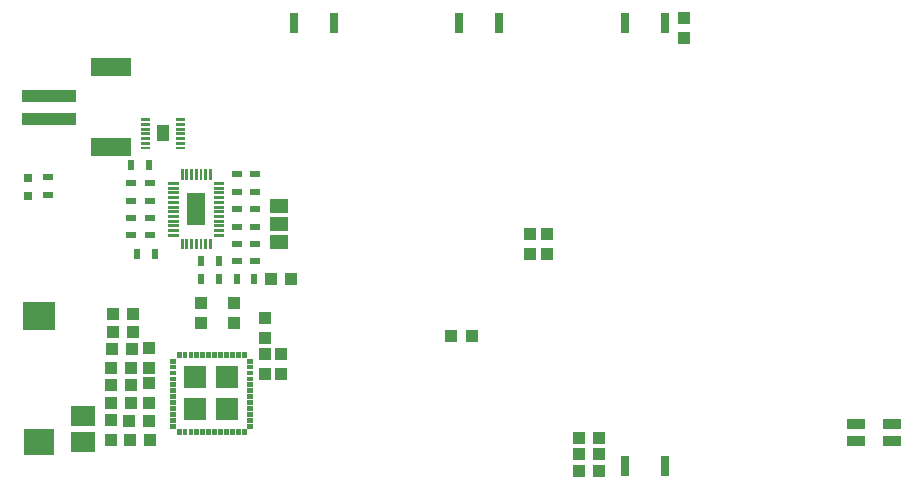
<source format=gbr>
G04 EAGLE Gerber RS-274X export*
G75*
%MOMM*%
%FSLAX34Y34*%
%LPD*%
%INSolderpaste Bottom*%
%IPPOS*%
%AMOC8*
5,1,8,0,0,1.08239X$1,22.5*%
G01*
%ADD10R,2.000000X1.800000*%
%ADD11R,2.600000X2.250000*%
%ADD12R,2.800000X2.450000*%
%ADD13R,1.100000X1.000000*%
%ADD14R,1.000000X1.100000*%
%ADD15R,1.910000X1.910000*%
%ADD16C,0.031500*%
%ADD17R,1.500000X0.900000*%
%ADD18R,1.520000X2.780000*%
%ADD19C,0.055000*%
%ADD20R,1.080000X1.460000*%
%ADD21R,4.600000X1.000000*%
%ADD22R,3.400000X1.600000*%
%ADD23R,0.900000X0.600000*%
%ADD24R,0.800000X0.800000*%
%ADD25R,0.600000X0.900000*%
%ADD26R,1.600200X1.168400*%
%ADD27R,0.800000X1.700000*%


D10*
X54150Y32500D03*
X54150Y54500D03*
D11*
X16850Y32500D03*
D12*
X16850Y139500D03*
D13*
X110800Y50600D03*
X93800Y50600D03*
D14*
X78000Y34500D03*
X78000Y51500D03*
X110000Y65500D03*
X110000Y82500D03*
X111100Y34000D03*
X94100Y34000D03*
D13*
X110000Y95500D03*
X110000Y112500D03*
D14*
X230280Y170350D03*
X213280Y170350D03*
D15*
X176500Y60500D03*
X149500Y60500D03*
X149500Y87500D03*
X176500Y87500D03*
D16*
X132443Y48093D02*
X128257Y48093D01*
X132443Y48093D02*
X132443Y44907D01*
X128257Y44907D01*
X128257Y48093D01*
X128257Y45206D02*
X132443Y45206D01*
X132443Y45505D02*
X128257Y45505D01*
X128257Y45804D02*
X132443Y45804D01*
X132443Y46103D02*
X128257Y46103D01*
X128257Y46402D02*
X132443Y46402D01*
X132443Y46701D02*
X128257Y46701D01*
X128257Y47000D02*
X132443Y47000D01*
X132443Y47299D02*
X128257Y47299D01*
X128257Y47598D02*
X132443Y47598D01*
X132443Y47897D02*
X128257Y47897D01*
X128257Y53093D02*
X132443Y53093D01*
X132443Y49907D01*
X128257Y49907D01*
X128257Y53093D01*
X128257Y50206D02*
X132443Y50206D01*
X132443Y50505D02*
X128257Y50505D01*
X128257Y50804D02*
X132443Y50804D01*
X132443Y51103D02*
X128257Y51103D01*
X128257Y51402D02*
X132443Y51402D01*
X132443Y51701D02*
X128257Y51701D01*
X128257Y52000D02*
X132443Y52000D01*
X132443Y52299D02*
X128257Y52299D01*
X128257Y52598D02*
X132443Y52598D01*
X132443Y52897D02*
X128257Y52897D01*
X128257Y58093D02*
X132443Y58093D01*
X132443Y54907D01*
X128257Y54907D01*
X128257Y58093D01*
X128257Y55206D02*
X132443Y55206D01*
X132443Y55505D02*
X128257Y55505D01*
X128257Y55804D02*
X132443Y55804D01*
X132443Y56103D02*
X128257Y56103D01*
X128257Y56402D02*
X132443Y56402D01*
X132443Y56701D02*
X128257Y56701D01*
X128257Y57000D02*
X132443Y57000D01*
X132443Y57299D02*
X128257Y57299D01*
X128257Y57598D02*
X132443Y57598D01*
X132443Y57897D02*
X128257Y57897D01*
X128257Y63093D02*
X132443Y63093D01*
X132443Y59907D01*
X128257Y59907D01*
X128257Y63093D01*
X128257Y60206D02*
X132443Y60206D01*
X132443Y60505D02*
X128257Y60505D01*
X128257Y60804D02*
X132443Y60804D01*
X132443Y61103D02*
X128257Y61103D01*
X128257Y61402D02*
X132443Y61402D01*
X132443Y61701D02*
X128257Y61701D01*
X128257Y62000D02*
X132443Y62000D01*
X132443Y62299D02*
X128257Y62299D01*
X128257Y62598D02*
X132443Y62598D01*
X132443Y62897D02*
X128257Y62897D01*
X128257Y68093D02*
X132443Y68093D01*
X132443Y64907D01*
X128257Y64907D01*
X128257Y68093D01*
X128257Y65206D02*
X132443Y65206D01*
X132443Y65505D02*
X128257Y65505D01*
X128257Y65804D02*
X132443Y65804D01*
X132443Y66103D02*
X128257Y66103D01*
X128257Y66402D02*
X132443Y66402D01*
X132443Y66701D02*
X128257Y66701D01*
X128257Y67000D02*
X132443Y67000D01*
X132443Y67299D02*
X128257Y67299D01*
X128257Y67598D02*
X132443Y67598D01*
X132443Y67897D02*
X128257Y67897D01*
X128257Y73093D02*
X132443Y73093D01*
X132443Y69907D01*
X128257Y69907D01*
X128257Y73093D01*
X128257Y70206D02*
X132443Y70206D01*
X132443Y70505D02*
X128257Y70505D01*
X128257Y70804D02*
X132443Y70804D01*
X132443Y71103D02*
X128257Y71103D01*
X128257Y71402D02*
X132443Y71402D01*
X132443Y71701D02*
X128257Y71701D01*
X128257Y72000D02*
X132443Y72000D01*
X132443Y72299D02*
X128257Y72299D01*
X128257Y72598D02*
X132443Y72598D01*
X132443Y72897D02*
X128257Y72897D01*
X128257Y78093D02*
X132443Y78093D01*
X132443Y74907D01*
X128257Y74907D01*
X128257Y78093D01*
X128257Y75206D02*
X132443Y75206D01*
X132443Y75505D02*
X128257Y75505D01*
X128257Y75804D02*
X132443Y75804D01*
X132443Y76103D02*
X128257Y76103D01*
X128257Y76402D02*
X132443Y76402D01*
X132443Y76701D02*
X128257Y76701D01*
X128257Y77000D02*
X132443Y77000D01*
X132443Y77299D02*
X128257Y77299D01*
X128257Y77598D02*
X132443Y77598D01*
X132443Y77897D02*
X128257Y77897D01*
X128257Y83093D02*
X132443Y83093D01*
X132443Y79907D01*
X128257Y79907D01*
X128257Y83093D01*
X128257Y80206D02*
X132443Y80206D01*
X132443Y80505D02*
X128257Y80505D01*
X128257Y80804D02*
X132443Y80804D01*
X132443Y81103D02*
X128257Y81103D01*
X128257Y81402D02*
X132443Y81402D01*
X132443Y81701D02*
X128257Y81701D01*
X128257Y82000D02*
X132443Y82000D01*
X132443Y82299D02*
X128257Y82299D01*
X128257Y82598D02*
X132443Y82598D01*
X132443Y82897D02*
X128257Y82897D01*
X128257Y88093D02*
X132443Y88093D01*
X132443Y84907D01*
X128257Y84907D01*
X128257Y88093D01*
X128257Y85206D02*
X132443Y85206D01*
X132443Y85505D02*
X128257Y85505D01*
X128257Y85804D02*
X132443Y85804D01*
X132443Y86103D02*
X128257Y86103D01*
X128257Y86402D02*
X132443Y86402D01*
X132443Y86701D02*
X128257Y86701D01*
X128257Y87000D02*
X132443Y87000D01*
X132443Y87299D02*
X128257Y87299D01*
X128257Y87598D02*
X132443Y87598D01*
X132443Y87897D02*
X128257Y87897D01*
X128257Y93093D02*
X132443Y93093D01*
X132443Y89907D01*
X128257Y89907D01*
X128257Y93093D01*
X128257Y90206D02*
X132443Y90206D01*
X132443Y90505D02*
X128257Y90505D01*
X128257Y90804D02*
X132443Y90804D01*
X132443Y91103D02*
X128257Y91103D01*
X128257Y91402D02*
X132443Y91402D01*
X132443Y91701D02*
X128257Y91701D01*
X128257Y92000D02*
X132443Y92000D01*
X132443Y92299D02*
X128257Y92299D01*
X128257Y92598D02*
X132443Y92598D01*
X132443Y92897D02*
X128257Y92897D01*
X128257Y98093D02*
X132443Y98093D01*
X132443Y94907D01*
X128257Y94907D01*
X128257Y98093D01*
X128257Y95206D02*
X132443Y95206D01*
X132443Y95505D02*
X128257Y95505D01*
X128257Y95804D02*
X132443Y95804D01*
X132443Y96103D02*
X128257Y96103D01*
X128257Y96402D02*
X132443Y96402D01*
X132443Y96701D02*
X128257Y96701D01*
X128257Y97000D02*
X132443Y97000D01*
X132443Y97299D02*
X128257Y97299D01*
X128257Y97598D02*
X132443Y97598D01*
X132443Y97897D02*
X128257Y97897D01*
X128257Y103093D02*
X132443Y103093D01*
X132443Y99907D01*
X128257Y99907D01*
X128257Y103093D01*
X128257Y100206D02*
X132443Y100206D01*
X132443Y100505D02*
X128257Y100505D01*
X128257Y100804D02*
X132443Y100804D01*
X132443Y101103D02*
X128257Y101103D01*
X128257Y101402D02*
X132443Y101402D01*
X132443Y101701D02*
X128257Y101701D01*
X128257Y102000D02*
X132443Y102000D01*
X132443Y102299D02*
X128257Y102299D01*
X128257Y102598D02*
X132443Y102598D01*
X132443Y102897D02*
X128257Y102897D01*
X137093Y104557D02*
X137093Y108743D01*
X137093Y104557D02*
X133907Y104557D01*
X133907Y108743D01*
X137093Y108743D01*
X137093Y104856D02*
X133907Y104856D01*
X133907Y105155D02*
X137093Y105155D01*
X137093Y105454D02*
X133907Y105454D01*
X133907Y105753D02*
X137093Y105753D01*
X137093Y106052D02*
X133907Y106052D01*
X133907Y106351D02*
X137093Y106351D01*
X137093Y106650D02*
X133907Y106650D01*
X133907Y106949D02*
X137093Y106949D01*
X137093Y107248D02*
X133907Y107248D01*
X133907Y107547D02*
X137093Y107547D01*
X137093Y107846D02*
X133907Y107846D01*
X133907Y108145D02*
X137093Y108145D01*
X137093Y108444D02*
X133907Y108444D01*
X133907Y108743D02*
X137093Y108743D01*
X142093Y108743D02*
X142093Y104557D01*
X138907Y104557D01*
X138907Y108743D01*
X142093Y108743D01*
X142093Y104856D02*
X138907Y104856D01*
X138907Y105155D02*
X142093Y105155D01*
X142093Y105454D02*
X138907Y105454D01*
X138907Y105753D02*
X142093Y105753D01*
X142093Y106052D02*
X138907Y106052D01*
X138907Y106351D02*
X142093Y106351D01*
X142093Y106650D02*
X138907Y106650D01*
X138907Y106949D02*
X142093Y106949D01*
X142093Y107248D02*
X138907Y107248D01*
X138907Y107547D02*
X142093Y107547D01*
X142093Y107846D02*
X138907Y107846D01*
X138907Y108145D02*
X142093Y108145D01*
X142093Y108444D02*
X138907Y108444D01*
X138907Y108743D02*
X142093Y108743D01*
X147093Y108743D02*
X147093Y104557D01*
X143907Y104557D01*
X143907Y108743D01*
X147093Y108743D01*
X147093Y104856D02*
X143907Y104856D01*
X143907Y105155D02*
X147093Y105155D01*
X147093Y105454D02*
X143907Y105454D01*
X143907Y105753D02*
X147093Y105753D01*
X147093Y106052D02*
X143907Y106052D01*
X143907Y106351D02*
X147093Y106351D01*
X147093Y106650D02*
X143907Y106650D01*
X143907Y106949D02*
X147093Y106949D01*
X147093Y107248D02*
X143907Y107248D01*
X143907Y107547D02*
X147093Y107547D01*
X147093Y107846D02*
X143907Y107846D01*
X143907Y108145D02*
X147093Y108145D01*
X147093Y108444D02*
X143907Y108444D01*
X143907Y108743D02*
X147093Y108743D01*
X152093Y108743D02*
X152093Y104557D01*
X148907Y104557D01*
X148907Y108743D01*
X152093Y108743D01*
X152093Y104856D02*
X148907Y104856D01*
X148907Y105155D02*
X152093Y105155D01*
X152093Y105454D02*
X148907Y105454D01*
X148907Y105753D02*
X152093Y105753D01*
X152093Y106052D02*
X148907Y106052D01*
X148907Y106351D02*
X152093Y106351D01*
X152093Y106650D02*
X148907Y106650D01*
X148907Y106949D02*
X152093Y106949D01*
X152093Y107248D02*
X148907Y107248D01*
X148907Y107547D02*
X152093Y107547D01*
X152093Y107846D02*
X148907Y107846D01*
X148907Y108145D02*
X152093Y108145D01*
X152093Y108444D02*
X148907Y108444D01*
X148907Y108743D02*
X152093Y108743D01*
X157093Y108743D02*
X157093Y104557D01*
X153907Y104557D01*
X153907Y108743D01*
X157093Y108743D01*
X157093Y104856D02*
X153907Y104856D01*
X153907Y105155D02*
X157093Y105155D01*
X157093Y105454D02*
X153907Y105454D01*
X153907Y105753D02*
X157093Y105753D01*
X157093Y106052D02*
X153907Y106052D01*
X153907Y106351D02*
X157093Y106351D01*
X157093Y106650D02*
X153907Y106650D01*
X153907Y106949D02*
X157093Y106949D01*
X157093Y107248D02*
X153907Y107248D01*
X153907Y107547D02*
X157093Y107547D01*
X157093Y107846D02*
X153907Y107846D01*
X153907Y108145D02*
X157093Y108145D01*
X157093Y108444D02*
X153907Y108444D01*
X153907Y108743D02*
X157093Y108743D01*
X162093Y108743D02*
X162093Y104557D01*
X158907Y104557D01*
X158907Y108743D01*
X162093Y108743D01*
X162093Y104856D02*
X158907Y104856D01*
X158907Y105155D02*
X162093Y105155D01*
X162093Y105454D02*
X158907Y105454D01*
X158907Y105753D02*
X162093Y105753D01*
X162093Y106052D02*
X158907Y106052D01*
X158907Y106351D02*
X162093Y106351D01*
X162093Y106650D02*
X158907Y106650D01*
X158907Y106949D02*
X162093Y106949D01*
X162093Y107248D02*
X158907Y107248D01*
X158907Y107547D02*
X162093Y107547D01*
X162093Y107846D02*
X158907Y107846D01*
X158907Y108145D02*
X162093Y108145D01*
X162093Y108444D02*
X158907Y108444D01*
X158907Y108743D02*
X162093Y108743D01*
X167093Y108743D02*
X167093Y104557D01*
X163907Y104557D01*
X163907Y108743D01*
X167093Y108743D01*
X167093Y104856D02*
X163907Y104856D01*
X163907Y105155D02*
X167093Y105155D01*
X167093Y105454D02*
X163907Y105454D01*
X163907Y105753D02*
X167093Y105753D01*
X167093Y106052D02*
X163907Y106052D01*
X163907Y106351D02*
X167093Y106351D01*
X167093Y106650D02*
X163907Y106650D01*
X163907Y106949D02*
X167093Y106949D01*
X167093Y107248D02*
X163907Y107248D01*
X163907Y107547D02*
X167093Y107547D01*
X167093Y107846D02*
X163907Y107846D01*
X163907Y108145D02*
X167093Y108145D01*
X167093Y108444D02*
X163907Y108444D01*
X163907Y108743D02*
X167093Y108743D01*
X172093Y108743D02*
X172093Y104557D01*
X168907Y104557D01*
X168907Y108743D01*
X172093Y108743D01*
X172093Y104856D02*
X168907Y104856D01*
X168907Y105155D02*
X172093Y105155D01*
X172093Y105454D02*
X168907Y105454D01*
X168907Y105753D02*
X172093Y105753D01*
X172093Y106052D02*
X168907Y106052D01*
X168907Y106351D02*
X172093Y106351D01*
X172093Y106650D02*
X168907Y106650D01*
X168907Y106949D02*
X172093Y106949D01*
X172093Y107248D02*
X168907Y107248D01*
X168907Y107547D02*
X172093Y107547D01*
X172093Y107846D02*
X168907Y107846D01*
X168907Y108145D02*
X172093Y108145D01*
X172093Y108444D02*
X168907Y108444D01*
X168907Y108743D02*
X172093Y108743D01*
X177093Y108743D02*
X177093Y104557D01*
X173907Y104557D01*
X173907Y108743D01*
X177093Y108743D01*
X177093Y104856D02*
X173907Y104856D01*
X173907Y105155D02*
X177093Y105155D01*
X177093Y105454D02*
X173907Y105454D01*
X173907Y105753D02*
X177093Y105753D01*
X177093Y106052D02*
X173907Y106052D01*
X173907Y106351D02*
X177093Y106351D01*
X177093Y106650D02*
X173907Y106650D01*
X173907Y106949D02*
X177093Y106949D01*
X177093Y107248D02*
X173907Y107248D01*
X173907Y107547D02*
X177093Y107547D01*
X177093Y107846D02*
X173907Y107846D01*
X173907Y108145D02*
X177093Y108145D01*
X177093Y108444D02*
X173907Y108444D01*
X173907Y108743D02*
X177093Y108743D01*
X182093Y108743D02*
X182093Y104557D01*
X178907Y104557D01*
X178907Y108743D01*
X182093Y108743D01*
X182093Y104856D02*
X178907Y104856D01*
X178907Y105155D02*
X182093Y105155D01*
X182093Y105454D02*
X178907Y105454D01*
X178907Y105753D02*
X182093Y105753D01*
X182093Y106052D02*
X178907Y106052D01*
X178907Y106351D02*
X182093Y106351D01*
X182093Y106650D02*
X178907Y106650D01*
X178907Y106949D02*
X182093Y106949D01*
X182093Y107248D02*
X178907Y107248D01*
X178907Y107547D02*
X182093Y107547D01*
X182093Y107846D02*
X178907Y107846D01*
X178907Y108145D02*
X182093Y108145D01*
X182093Y108444D02*
X178907Y108444D01*
X178907Y108743D02*
X182093Y108743D01*
X187093Y108743D02*
X187093Y104557D01*
X183907Y104557D01*
X183907Y108743D01*
X187093Y108743D01*
X187093Y104856D02*
X183907Y104856D01*
X183907Y105155D02*
X187093Y105155D01*
X187093Y105454D02*
X183907Y105454D01*
X183907Y105753D02*
X187093Y105753D01*
X187093Y106052D02*
X183907Y106052D01*
X183907Y106351D02*
X187093Y106351D01*
X187093Y106650D02*
X183907Y106650D01*
X183907Y106949D02*
X187093Y106949D01*
X187093Y107248D02*
X183907Y107248D01*
X183907Y107547D02*
X187093Y107547D01*
X187093Y107846D02*
X183907Y107846D01*
X183907Y108145D02*
X187093Y108145D01*
X187093Y108444D02*
X183907Y108444D01*
X183907Y108743D02*
X187093Y108743D01*
X192093Y108743D02*
X192093Y104557D01*
X188907Y104557D01*
X188907Y108743D01*
X192093Y108743D01*
X192093Y104856D02*
X188907Y104856D01*
X188907Y105155D02*
X192093Y105155D01*
X192093Y105454D02*
X188907Y105454D01*
X188907Y105753D02*
X192093Y105753D01*
X192093Y106052D02*
X188907Y106052D01*
X188907Y106351D02*
X192093Y106351D01*
X192093Y106650D02*
X188907Y106650D01*
X188907Y106949D02*
X192093Y106949D01*
X192093Y107248D02*
X188907Y107248D01*
X188907Y107547D02*
X192093Y107547D01*
X192093Y107846D02*
X188907Y107846D01*
X188907Y108145D02*
X192093Y108145D01*
X192093Y108444D02*
X188907Y108444D01*
X188907Y108743D02*
X192093Y108743D01*
X193557Y99907D02*
X197743Y99907D01*
X193557Y99907D02*
X193557Y103093D01*
X197743Y103093D01*
X197743Y99907D01*
X197743Y100206D02*
X193557Y100206D01*
X193557Y100505D02*
X197743Y100505D01*
X197743Y100804D02*
X193557Y100804D01*
X193557Y101103D02*
X197743Y101103D01*
X197743Y101402D02*
X193557Y101402D01*
X193557Y101701D02*
X197743Y101701D01*
X197743Y102000D02*
X193557Y102000D01*
X193557Y102299D02*
X197743Y102299D01*
X197743Y102598D02*
X193557Y102598D01*
X193557Y102897D02*
X197743Y102897D01*
X197743Y94907D02*
X193557Y94907D01*
X193557Y98093D01*
X197743Y98093D01*
X197743Y94907D01*
X197743Y95206D02*
X193557Y95206D01*
X193557Y95505D02*
X197743Y95505D01*
X197743Y95804D02*
X193557Y95804D01*
X193557Y96103D02*
X197743Y96103D01*
X197743Y96402D02*
X193557Y96402D01*
X193557Y96701D02*
X197743Y96701D01*
X197743Y97000D02*
X193557Y97000D01*
X193557Y97299D02*
X197743Y97299D01*
X197743Y97598D02*
X193557Y97598D01*
X193557Y97897D02*
X197743Y97897D01*
X197743Y89907D02*
X193557Y89907D01*
X193557Y93093D01*
X197743Y93093D01*
X197743Y89907D01*
X197743Y90206D02*
X193557Y90206D01*
X193557Y90505D02*
X197743Y90505D01*
X197743Y90804D02*
X193557Y90804D01*
X193557Y91103D02*
X197743Y91103D01*
X197743Y91402D02*
X193557Y91402D01*
X193557Y91701D02*
X197743Y91701D01*
X197743Y92000D02*
X193557Y92000D01*
X193557Y92299D02*
X197743Y92299D01*
X197743Y92598D02*
X193557Y92598D01*
X193557Y92897D02*
X197743Y92897D01*
X197743Y84907D02*
X193557Y84907D01*
X193557Y88093D01*
X197743Y88093D01*
X197743Y84907D01*
X197743Y85206D02*
X193557Y85206D01*
X193557Y85505D02*
X197743Y85505D01*
X197743Y85804D02*
X193557Y85804D01*
X193557Y86103D02*
X197743Y86103D01*
X197743Y86402D02*
X193557Y86402D01*
X193557Y86701D02*
X197743Y86701D01*
X197743Y87000D02*
X193557Y87000D01*
X193557Y87299D02*
X197743Y87299D01*
X197743Y87598D02*
X193557Y87598D01*
X193557Y87897D02*
X197743Y87897D01*
X197743Y79907D02*
X193557Y79907D01*
X193557Y83093D01*
X197743Y83093D01*
X197743Y79907D01*
X197743Y80206D02*
X193557Y80206D01*
X193557Y80505D02*
X197743Y80505D01*
X197743Y80804D02*
X193557Y80804D01*
X193557Y81103D02*
X197743Y81103D01*
X197743Y81402D02*
X193557Y81402D01*
X193557Y81701D02*
X197743Y81701D01*
X197743Y82000D02*
X193557Y82000D01*
X193557Y82299D02*
X197743Y82299D01*
X197743Y82598D02*
X193557Y82598D01*
X193557Y82897D02*
X197743Y82897D01*
X197743Y74907D02*
X193557Y74907D01*
X193557Y78093D01*
X197743Y78093D01*
X197743Y74907D01*
X197743Y75206D02*
X193557Y75206D01*
X193557Y75505D02*
X197743Y75505D01*
X197743Y75804D02*
X193557Y75804D01*
X193557Y76103D02*
X197743Y76103D01*
X197743Y76402D02*
X193557Y76402D01*
X193557Y76701D02*
X197743Y76701D01*
X197743Y77000D02*
X193557Y77000D01*
X193557Y77299D02*
X197743Y77299D01*
X197743Y77598D02*
X193557Y77598D01*
X193557Y77897D02*
X197743Y77897D01*
X197743Y69907D02*
X193557Y69907D01*
X193557Y73093D01*
X197743Y73093D01*
X197743Y69907D01*
X197743Y70206D02*
X193557Y70206D01*
X193557Y70505D02*
X197743Y70505D01*
X197743Y70804D02*
X193557Y70804D01*
X193557Y71103D02*
X197743Y71103D01*
X197743Y71402D02*
X193557Y71402D01*
X193557Y71701D02*
X197743Y71701D01*
X197743Y72000D02*
X193557Y72000D01*
X193557Y72299D02*
X197743Y72299D01*
X197743Y72598D02*
X193557Y72598D01*
X193557Y72897D02*
X197743Y72897D01*
X197743Y64907D02*
X193557Y64907D01*
X193557Y68093D01*
X197743Y68093D01*
X197743Y64907D01*
X197743Y65206D02*
X193557Y65206D01*
X193557Y65505D02*
X197743Y65505D01*
X197743Y65804D02*
X193557Y65804D01*
X193557Y66103D02*
X197743Y66103D01*
X197743Y66402D02*
X193557Y66402D01*
X193557Y66701D02*
X197743Y66701D01*
X197743Y67000D02*
X193557Y67000D01*
X193557Y67299D02*
X197743Y67299D01*
X197743Y67598D02*
X193557Y67598D01*
X193557Y67897D02*
X197743Y67897D01*
X197743Y59907D02*
X193557Y59907D01*
X193557Y63093D01*
X197743Y63093D01*
X197743Y59907D01*
X197743Y60206D02*
X193557Y60206D01*
X193557Y60505D02*
X197743Y60505D01*
X197743Y60804D02*
X193557Y60804D01*
X193557Y61103D02*
X197743Y61103D01*
X197743Y61402D02*
X193557Y61402D01*
X193557Y61701D02*
X197743Y61701D01*
X197743Y62000D02*
X193557Y62000D01*
X193557Y62299D02*
X197743Y62299D01*
X197743Y62598D02*
X193557Y62598D01*
X193557Y62897D02*
X197743Y62897D01*
X197743Y54907D02*
X193557Y54907D01*
X193557Y58093D01*
X197743Y58093D01*
X197743Y54907D01*
X197743Y55206D02*
X193557Y55206D01*
X193557Y55505D02*
X197743Y55505D01*
X197743Y55804D02*
X193557Y55804D01*
X193557Y56103D02*
X197743Y56103D01*
X197743Y56402D02*
X193557Y56402D01*
X193557Y56701D02*
X197743Y56701D01*
X197743Y57000D02*
X193557Y57000D01*
X193557Y57299D02*
X197743Y57299D01*
X197743Y57598D02*
X193557Y57598D01*
X193557Y57897D02*
X197743Y57897D01*
X197743Y49907D02*
X193557Y49907D01*
X193557Y53093D01*
X197743Y53093D01*
X197743Y49907D01*
X197743Y50206D02*
X193557Y50206D01*
X193557Y50505D02*
X197743Y50505D01*
X197743Y50804D02*
X193557Y50804D01*
X193557Y51103D02*
X197743Y51103D01*
X197743Y51402D02*
X193557Y51402D01*
X193557Y51701D02*
X197743Y51701D01*
X197743Y52000D02*
X193557Y52000D01*
X193557Y52299D02*
X197743Y52299D01*
X197743Y52598D02*
X193557Y52598D01*
X193557Y52897D02*
X197743Y52897D01*
X197743Y44907D02*
X193557Y44907D01*
X193557Y48093D01*
X197743Y48093D01*
X197743Y44907D01*
X197743Y45206D02*
X193557Y45206D01*
X193557Y45505D02*
X197743Y45505D01*
X197743Y45804D02*
X193557Y45804D01*
X193557Y46103D02*
X197743Y46103D01*
X197743Y46402D02*
X193557Y46402D01*
X193557Y46701D02*
X197743Y46701D01*
X197743Y47000D02*
X193557Y47000D01*
X193557Y47299D02*
X197743Y47299D01*
X197743Y47598D02*
X193557Y47598D01*
X193557Y47897D02*
X197743Y47897D01*
X188907Y43443D02*
X188907Y39257D01*
X188907Y43443D02*
X192093Y43443D01*
X192093Y39257D01*
X188907Y39257D01*
X188907Y39556D02*
X192093Y39556D01*
X192093Y39855D02*
X188907Y39855D01*
X188907Y40154D02*
X192093Y40154D01*
X192093Y40453D02*
X188907Y40453D01*
X188907Y40752D02*
X192093Y40752D01*
X192093Y41051D02*
X188907Y41051D01*
X188907Y41350D02*
X192093Y41350D01*
X192093Y41649D02*
X188907Y41649D01*
X188907Y41948D02*
X192093Y41948D01*
X192093Y42247D02*
X188907Y42247D01*
X188907Y42546D02*
X192093Y42546D01*
X192093Y42845D02*
X188907Y42845D01*
X188907Y43144D02*
X192093Y43144D01*
X192093Y43443D02*
X188907Y43443D01*
X183907Y43443D02*
X183907Y39257D01*
X183907Y43443D02*
X187093Y43443D01*
X187093Y39257D01*
X183907Y39257D01*
X183907Y39556D02*
X187093Y39556D01*
X187093Y39855D02*
X183907Y39855D01*
X183907Y40154D02*
X187093Y40154D01*
X187093Y40453D02*
X183907Y40453D01*
X183907Y40752D02*
X187093Y40752D01*
X187093Y41051D02*
X183907Y41051D01*
X183907Y41350D02*
X187093Y41350D01*
X187093Y41649D02*
X183907Y41649D01*
X183907Y41948D02*
X187093Y41948D01*
X187093Y42247D02*
X183907Y42247D01*
X183907Y42546D02*
X187093Y42546D01*
X187093Y42845D02*
X183907Y42845D01*
X183907Y43144D02*
X187093Y43144D01*
X187093Y43443D02*
X183907Y43443D01*
X178907Y43443D02*
X178907Y39257D01*
X178907Y43443D02*
X182093Y43443D01*
X182093Y39257D01*
X178907Y39257D01*
X178907Y39556D02*
X182093Y39556D01*
X182093Y39855D02*
X178907Y39855D01*
X178907Y40154D02*
X182093Y40154D01*
X182093Y40453D02*
X178907Y40453D01*
X178907Y40752D02*
X182093Y40752D01*
X182093Y41051D02*
X178907Y41051D01*
X178907Y41350D02*
X182093Y41350D01*
X182093Y41649D02*
X178907Y41649D01*
X178907Y41948D02*
X182093Y41948D01*
X182093Y42247D02*
X178907Y42247D01*
X178907Y42546D02*
X182093Y42546D01*
X182093Y42845D02*
X178907Y42845D01*
X178907Y43144D02*
X182093Y43144D01*
X182093Y43443D02*
X178907Y43443D01*
X173907Y43443D02*
X173907Y39257D01*
X173907Y43443D02*
X177093Y43443D01*
X177093Y39257D01*
X173907Y39257D01*
X173907Y39556D02*
X177093Y39556D01*
X177093Y39855D02*
X173907Y39855D01*
X173907Y40154D02*
X177093Y40154D01*
X177093Y40453D02*
X173907Y40453D01*
X173907Y40752D02*
X177093Y40752D01*
X177093Y41051D02*
X173907Y41051D01*
X173907Y41350D02*
X177093Y41350D01*
X177093Y41649D02*
X173907Y41649D01*
X173907Y41948D02*
X177093Y41948D01*
X177093Y42247D02*
X173907Y42247D01*
X173907Y42546D02*
X177093Y42546D01*
X177093Y42845D02*
X173907Y42845D01*
X173907Y43144D02*
X177093Y43144D01*
X177093Y43443D02*
X173907Y43443D01*
X168907Y43443D02*
X168907Y39257D01*
X168907Y43443D02*
X172093Y43443D01*
X172093Y39257D01*
X168907Y39257D01*
X168907Y39556D02*
X172093Y39556D01*
X172093Y39855D02*
X168907Y39855D01*
X168907Y40154D02*
X172093Y40154D01*
X172093Y40453D02*
X168907Y40453D01*
X168907Y40752D02*
X172093Y40752D01*
X172093Y41051D02*
X168907Y41051D01*
X168907Y41350D02*
X172093Y41350D01*
X172093Y41649D02*
X168907Y41649D01*
X168907Y41948D02*
X172093Y41948D01*
X172093Y42247D02*
X168907Y42247D01*
X168907Y42546D02*
X172093Y42546D01*
X172093Y42845D02*
X168907Y42845D01*
X168907Y43144D02*
X172093Y43144D01*
X172093Y43443D02*
X168907Y43443D01*
X163907Y43443D02*
X163907Y39257D01*
X163907Y43443D02*
X167093Y43443D01*
X167093Y39257D01*
X163907Y39257D01*
X163907Y39556D02*
X167093Y39556D01*
X167093Y39855D02*
X163907Y39855D01*
X163907Y40154D02*
X167093Y40154D01*
X167093Y40453D02*
X163907Y40453D01*
X163907Y40752D02*
X167093Y40752D01*
X167093Y41051D02*
X163907Y41051D01*
X163907Y41350D02*
X167093Y41350D01*
X167093Y41649D02*
X163907Y41649D01*
X163907Y41948D02*
X167093Y41948D01*
X167093Y42247D02*
X163907Y42247D01*
X163907Y42546D02*
X167093Y42546D01*
X167093Y42845D02*
X163907Y42845D01*
X163907Y43144D02*
X167093Y43144D01*
X167093Y43443D02*
X163907Y43443D01*
X158907Y43443D02*
X158907Y39257D01*
X158907Y43443D02*
X162093Y43443D01*
X162093Y39257D01*
X158907Y39257D01*
X158907Y39556D02*
X162093Y39556D01*
X162093Y39855D02*
X158907Y39855D01*
X158907Y40154D02*
X162093Y40154D01*
X162093Y40453D02*
X158907Y40453D01*
X158907Y40752D02*
X162093Y40752D01*
X162093Y41051D02*
X158907Y41051D01*
X158907Y41350D02*
X162093Y41350D01*
X162093Y41649D02*
X158907Y41649D01*
X158907Y41948D02*
X162093Y41948D01*
X162093Y42247D02*
X158907Y42247D01*
X158907Y42546D02*
X162093Y42546D01*
X162093Y42845D02*
X158907Y42845D01*
X158907Y43144D02*
X162093Y43144D01*
X162093Y43443D02*
X158907Y43443D01*
X153907Y43443D02*
X153907Y39257D01*
X153907Y43443D02*
X157093Y43443D01*
X157093Y39257D01*
X153907Y39257D01*
X153907Y39556D02*
X157093Y39556D01*
X157093Y39855D02*
X153907Y39855D01*
X153907Y40154D02*
X157093Y40154D01*
X157093Y40453D02*
X153907Y40453D01*
X153907Y40752D02*
X157093Y40752D01*
X157093Y41051D02*
X153907Y41051D01*
X153907Y41350D02*
X157093Y41350D01*
X157093Y41649D02*
X153907Y41649D01*
X153907Y41948D02*
X157093Y41948D01*
X157093Y42247D02*
X153907Y42247D01*
X153907Y42546D02*
X157093Y42546D01*
X157093Y42845D02*
X153907Y42845D01*
X153907Y43144D02*
X157093Y43144D01*
X157093Y43443D02*
X153907Y43443D01*
X148907Y43443D02*
X148907Y39257D01*
X148907Y43443D02*
X152093Y43443D01*
X152093Y39257D01*
X148907Y39257D01*
X148907Y39556D02*
X152093Y39556D01*
X152093Y39855D02*
X148907Y39855D01*
X148907Y40154D02*
X152093Y40154D01*
X152093Y40453D02*
X148907Y40453D01*
X148907Y40752D02*
X152093Y40752D01*
X152093Y41051D02*
X148907Y41051D01*
X148907Y41350D02*
X152093Y41350D01*
X152093Y41649D02*
X148907Y41649D01*
X148907Y41948D02*
X152093Y41948D01*
X152093Y42247D02*
X148907Y42247D01*
X148907Y42546D02*
X152093Y42546D01*
X152093Y42845D02*
X148907Y42845D01*
X148907Y43144D02*
X152093Y43144D01*
X152093Y43443D02*
X148907Y43443D01*
X143907Y43443D02*
X143907Y39257D01*
X143907Y43443D02*
X147093Y43443D01*
X147093Y39257D01*
X143907Y39257D01*
X143907Y39556D02*
X147093Y39556D01*
X147093Y39855D02*
X143907Y39855D01*
X143907Y40154D02*
X147093Y40154D01*
X147093Y40453D02*
X143907Y40453D01*
X143907Y40752D02*
X147093Y40752D01*
X147093Y41051D02*
X143907Y41051D01*
X143907Y41350D02*
X147093Y41350D01*
X147093Y41649D02*
X143907Y41649D01*
X143907Y41948D02*
X147093Y41948D01*
X147093Y42247D02*
X143907Y42247D01*
X143907Y42546D02*
X147093Y42546D01*
X147093Y42845D02*
X143907Y42845D01*
X143907Y43144D02*
X147093Y43144D01*
X147093Y43443D02*
X143907Y43443D01*
X138907Y43443D02*
X138907Y39257D01*
X138907Y43443D02*
X142093Y43443D01*
X142093Y39257D01*
X138907Y39257D01*
X138907Y39556D02*
X142093Y39556D01*
X142093Y39855D02*
X138907Y39855D01*
X138907Y40154D02*
X142093Y40154D01*
X142093Y40453D02*
X138907Y40453D01*
X138907Y40752D02*
X142093Y40752D01*
X142093Y41051D02*
X138907Y41051D01*
X138907Y41350D02*
X142093Y41350D01*
X142093Y41649D02*
X138907Y41649D01*
X138907Y41948D02*
X142093Y41948D01*
X142093Y42247D02*
X138907Y42247D01*
X138907Y42546D02*
X142093Y42546D01*
X142093Y42845D02*
X138907Y42845D01*
X138907Y43144D02*
X142093Y43144D01*
X142093Y43443D02*
X138907Y43443D01*
X133907Y43443D02*
X133907Y39257D01*
X133907Y43443D02*
X137093Y43443D01*
X137093Y39257D01*
X133907Y39257D01*
X133907Y39556D02*
X137093Y39556D01*
X137093Y39855D02*
X133907Y39855D01*
X133907Y40154D02*
X137093Y40154D01*
X137093Y40453D02*
X133907Y40453D01*
X133907Y40752D02*
X137093Y40752D01*
X137093Y41051D02*
X133907Y41051D01*
X133907Y41350D02*
X137093Y41350D01*
X137093Y41649D02*
X133907Y41649D01*
X133907Y41948D02*
X137093Y41948D01*
X137093Y42247D02*
X133907Y42247D01*
X133907Y42546D02*
X137093Y42546D01*
X137093Y42845D02*
X133907Y42845D01*
X133907Y43144D02*
X137093Y43144D01*
X137093Y43443D02*
X133907Y43443D01*
D14*
X78500Y65500D03*
X95500Y65500D03*
X78500Y80500D03*
X95500Y80500D03*
X78500Y95500D03*
X95500Y95500D03*
D13*
X96500Y141000D03*
X79500Y141000D03*
X96700Y126100D03*
X79700Y126100D03*
D14*
X474650Y36220D03*
X491650Y36220D03*
X474650Y8220D03*
X491650Y8220D03*
X474550Y22220D03*
X491550Y22220D03*
X78700Y111000D03*
X95700Y111000D03*
D17*
X708850Y33280D03*
X708850Y48280D03*
X739850Y48280D03*
X739850Y33280D03*
D18*
X150000Y230000D03*
D19*
X162825Y204675D02*
X162825Y196625D01*
X161175Y196625D01*
X161175Y204675D01*
X162825Y204675D01*
X162825Y197147D02*
X161175Y197147D01*
X161175Y197669D02*
X162825Y197669D01*
X162825Y198191D02*
X161175Y198191D01*
X161175Y198713D02*
X162825Y198713D01*
X162825Y199235D02*
X161175Y199235D01*
X161175Y199757D02*
X162825Y199757D01*
X162825Y200279D02*
X161175Y200279D01*
X161175Y200801D02*
X162825Y200801D01*
X162825Y201323D02*
X161175Y201323D01*
X161175Y201845D02*
X162825Y201845D01*
X162825Y202367D02*
X161175Y202367D01*
X161175Y202889D02*
X162825Y202889D01*
X162825Y203411D02*
X161175Y203411D01*
X161175Y203933D02*
X162825Y203933D01*
X162825Y204455D02*
X161175Y204455D01*
X158825Y204675D02*
X158825Y196625D01*
X157175Y196625D01*
X157175Y204675D01*
X158825Y204675D01*
X158825Y197147D02*
X157175Y197147D01*
X157175Y197669D02*
X158825Y197669D01*
X158825Y198191D02*
X157175Y198191D01*
X157175Y198713D02*
X158825Y198713D01*
X158825Y199235D02*
X157175Y199235D01*
X157175Y199757D02*
X158825Y199757D01*
X158825Y200279D02*
X157175Y200279D01*
X157175Y200801D02*
X158825Y200801D01*
X158825Y201323D02*
X157175Y201323D01*
X157175Y201845D02*
X158825Y201845D01*
X158825Y202367D02*
X157175Y202367D01*
X157175Y202889D02*
X158825Y202889D01*
X158825Y203411D02*
X157175Y203411D01*
X157175Y203933D02*
X158825Y203933D01*
X158825Y204455D02*
X157175Y204455D01*
X154825Y204675D02*
X154825Y196625D01*
X153175Y196625D01*
X153175Y204675D01*
X154825Y204675D01*
X154825Y197147D02*
X153175Y197147D01*
X153175Y197669D02*
X154825Y197669D01*
X154825Y198191D02*
X153175Y198191D01*
X153175Y198713D02*
X154825Y198713D01*
X154825Y199235D02*
X153175Y199235D01*
X153175Y199757D02*
X154825Y199757D01*
X154825Y200279D02*
X153175Y200279D01*
X153175Y200801D02*
X154825Y200801D01*
X154825Y201323D02*
X153175Y201323D01*
X153175Y201845D02*
X154825Y201845D01*
X154825Y202367D02*
X153175Y202367D01*
X153175Y202889D02*
X154825Y202889D01*
X154825Y203411D02*
X153175Y203411D01*
X153175Y203933D02*
X154825Y203933D01*
X154825Y204455D02*
X153175Y204455D01*
X150825Y204675D02*
X150825Y196625D01*
X149175Y196625D01*
X149175Y204675D01*
X150825Y204675D01*
X150825Y197147D02*
X149175Y197147D01*
X149175Y197669D02*
X150825Y197669D01*
X150825Y198191D02*
X149175Y198191D01*
X149175Y198713D02*
X150825Y198713D01*
X150825Y199235D02*
X149175Y199235D01*
X149175Y199757D02*
X150825Y199757D01*
X150825Y200279D02*
X149175Y200279D01*
X149175Y200801D02*
X150825Y200801D01*
X150825Y201323D02*
X149175Y201323D01*
X149175Y201845D02*
X150825Y201845D01*
X150825Y202367D02*
X149175Y202367D01*
X149175Y202889D02*
X150825Y202889D01*
X150825Y203411D02*
X149175Y203411D01*
X149175Y203933D02*
X150825Y203933D01*
X150825Y204455D02*
X149175Y204455D01*
X146825Y204675D02*
X146825Y196625D01*
X145175Y196625D01*
X145175Y204675D01*
X146825Y204675D01*
X146825Y197147D02*
X145175Y197147D01*
X145175Y197669D02*
X146825Y197669D01*
X146825Y198191D02*
X145175Y198191D01*
X145175Y198713D02*
X146825Y198713D01*
X146825Y199235D02*
X145175Y199235D01*
X145175Y199757D02*
X146825Y199757D01*
X146825Y200279D02*
X145175Y200279D01*
X145175Y200801D02*
X146825Y200801D01*
X146825Y201323D02*
X145175Y201323D01*
X145175Y201845D02*
X146825Y201845D01*
X146825Y202367D02*
X145175Y202367D01*
X145175Y202889D02*
X146825Y202889D01*
X146825Y203411D02*
X145175Y203411D01*
X145175Y203933D02*
X146825Y203933D01*
X146825Y204455D02*
X145175Y204455D01*
X142825Y204675D02*
X142825Y196625D01*
X141175Y196625D01*
X141175Y204675D01*
X142825Y204675D01*
X142825Y197147D02*
X141175Y197147D01*
X141175Y197669D02*
X142825Y197669D01*
X142825Y198191D02*
X141175Y198191D01*
X141175Y198713D02*
X142825Y198713D01*
X142825Y199235D02*
X141175Y199235D01*
X141175Y199757D02*
X142825Y199757D01*
X142825Y200279D02*
X141175Y200279D01*
X141175Y200801D02*
X142825Y200801D01*
X142825Y201323D02*
X141175Y201323D01*
X141175Y201845D02*
X142825Y201845D01*
X142825Y202367D02*
X141175Y202367D01*
X141175Y202889D02*
X142825Y202889D01*
X142825Y203411D02*
X141175Y203411D01*
X141175Y203933D02*
X142825Y203933D01*
X142825Y204455D02*
X141175Y204455D01*
X138825Y204675D02*
X138825Y196625D01*
X137175Y196625D01*
X137175Y204675D01*
X138825Y204675D01*
X138825Y197147D02*
X137175Y197147D01*
X137175Y197669D02*
X138825Y197669D01*
X138825Y198191D02*
X137175Y198191D01*
X137175Y198713D02*
X138825Y198713D01*
X138825Y199235D02*
X137175Y199235D01*
X137175Y199757D02*
X138825Y199757D01*
X138825Y200279D02*
X137175Y200279D01*
X137175Y200801D02*
X138825Y200801D01*
X138825Y201323D02*
X137175Y201323D01*
X137175Y201845D02*
X138825Y201845D01*
X138825Y202367D02*
X137175Y202367D01*
X137175Y202889D02*
X138825Y202889D01*
X138825Y203411D02*
X137175Y203411D01*
X137175Y203933D02*
X138825Y203933D01*
X138825Y204455D02*
X137175Y204455D01*
X138825Y255325D02*
X138825Y263375D01*
X138825Y255325D02*
X137175Y255325D01*
X137175Y263375D01*
X138825Y263375D01*
X138825Y255847D02*
X137175Y255847D01*
X137175Y256369D02*
X138825Y256369D01*
X138825Y256891D02*
X137175Y256891D01*
X137175Y257413D02*
X138825Y257413D01*
X138825Y257935D02*
X137175Y257935D01*
X137175Y258457D02*
X138825Y258457D01*
X138825Y258979D02*
X137175Y258979D01*
X137175Y259501D02*
X138825Y259501D01*
X138825Y260023D02*
X137175Y260023D01*
X137175Y260545D02*
X138825Y260545D01*
X138825Y261067D02*
X137175Y261067D01*
X137175Y261589D02*
X138825Y261589D01*
X138825Y262111D02*
X137175Y262111D01*
X137175Y262633D02*
X138825Y262633D01*
X138825Y263155D02*
X137175Y263155D01*
X142825Y263375D02*
X142825Y255325D01*
X141175Y255325D01*
X141175Y263375D01*
X142825Y263375D01*
X142825Y255847D02*
X141175Y255847D01*
X141175Y256369D02*
X142825Y256369D01*
X142825Y256891D02*
X141175Y256891D01*
X141175Y257413D02*
X142825Y257413D01*
X142825Y257935D02*
X141175Y257935D01*
X141175Y258457D02*
X142825Y258457D01*
X142825Y258979D02*
X141175Y258979D01*
X141175Y259501D02*
X142825Y259501D01*
X142825Y260023D02*
X141175Y260023D01*
X141175Y260545D02*
X142825Y260545D01*
X142825Y261067D02*
X141175Y261067D01*
X141175Y261589D02*
X142825Y261589D01*
X142825Y262111D02*
X141175Y262111D01*
X141175Y262633D02*
X142825Y262633D01*
X142825Y263155D02*
X141175Y263155D01*
X146825Y263375D02*
X146825Y255325D01*
X145175Y255325D01*
X145175Y263375D01*
X146825Y263375D01*
X146825Y255847D02*
X145175Y255847D01*
X145175Y256369D02*
X146825Y256369D01*
X146825Y256891D02*
X145175Y256891D01*
X145175Y257413D02*
X146825Y257413D01*
X146825Y257935D02*
X145175Y257935D01*
X145175Y258457D02*
X146825Y258457D01*
X146825Y258979D02*
X145175Y258979D01*
X145175Y259501D02*
X146825Y259501D01*
X146825Y260023D02*
X145175Y260023D01*
X145175Y260545D02*
X146825Y260545D01*
X146825Y261067D02*
X145175Y261067D01*
X145175Y261589D02*
X146825Y261589D01*
X146825Y262111D02*
X145175Y262111D01*
X145175Y262633D02*
X146825Y262633D01*
X146825Y263155D02*
X145175Y263155D01*
X150825Y263375D02*
X150825Y255325D01*
X149175Y255325D01*
X149175Y263375D01*
X150825Y263375D01*
X150825Y255847D02*
X149175Y255847D01*
X149175Y256369D02*
X150825Y256369D01*
X150825Y256891D02*
X149175Y256891D01*
X149175Y257413D02*
X150825Y257413D01*
X150825Y257935D02*
X149175Y257935D01*
X149175Y258457D02*
X150825Y258457D01*
X150825Y258979D02*
X149175Y258979D01*
X149175Y259501D02*
X150825Y259501D01*
X150825Y260023D02*
X149175Y260023D01*
X149175Y260545D02*
X150825Y260545D01*
X150825Y261067D02*
X149175Y261067D01*
X149175Y261589D02*
X150825Y261589D01*
X150825Y262111D02*
X149175Y262111D01*
X149175Y262633D02*
X150825Y262633D01*
X150825Y263155D02*
X149175Y263155D01*
X154825Y263375D02*
X154825Y255325D01*
X153175Y255325D01*
X153175Y263375D01*
X154825Y263375D01*
X154825Y255847D02*
X153175Y255847D01*
X153175Y256369D02*
X154825Y256369D01*
X154825Y256891D02*
X153175Y256891D01*
X153175Y257413D02*
X154825Y257413D01*
X154825Y257935D02*
X153175Y257935D01*
X153175Y258457D02*
X154825Y258457D01*
X154825Y258979D02*
X153175Y258979D01*
X153175Y259501D02*
X154825Y259501D01*
X154825Y260023D02*
X153175Y260023D01*
X153175Y260545D02*
X154825Y260545D01*
X154825Y261067D02*
X153175Y261067D01*
X153175Y261589D02*
X154825Y261589D01*
X154825Y262111D02*
X153175Y262111D01*
X153175Y262633D02*
X154825Y262633D01*
X154825Y263155D02*
X153175Y263155D01*
X158825Y263375D02*
X158825Y255325D01*
X157175Y255325D01*
X157175Y263375D01*
X158825Y263375D01*
X158825Y255847D02*
X157175Y255847D01*
X157175Y256369D02*
X158825Y256369D01*
X158825Y256891D02*
X157175Y256891D01*
X157175Y257413D02*
X158825Y257413D01*
X158825Y257935D02*
X157175Y257935D01*
X157175Y258457D02*
X158825Y258457D01*
X158825Y258979D02*
X157175Y258979D01*
X157175Y259501D02*
X158825Y259501D01*
X158825Y260023D02*
X157175Y260023D01*
X157175Y260545D02*
X158825Y260545D01*
X158825Y261067D02*
X157175Y261067D01*
X157175Y261589D02*
X158825Y261589D01*
X158825Y262111D02*
X157175Y262111D01*
X157175Y262633D02*
X158825Y262633D01*
X158825Y263155D02*
X157175Y263155D01*
X162825Y263375D02*
X162825Y255325D01*
X161175Y255325D01*
X161175Y263375D01*
X162825Y263375D01*
X162825Y255847D02*
X161175Y255847D01*
X161175Y256369D02*
X162825Y256369D01*
X162825Y256891D02*
X161175Y256891D01*
X161175Y257413D02*
X162825Y257413D01*
X162825Y257935D02*
X161175Y257935D01*
X161175Y258457D02*
X162825Y258457D01*
X162825Y258979D02*
X161175Y258979D01*
X161175Y259501D02*
X162825Y259501D01*
X162825Y260023D02*
X161175Y260023D01*
X161175Y260545D02*
X162825Y260545D01*
X162825Y261067D02*
X161175Y261067D01*
X161175Y261589D02*
X162825Y261589D01*
X162825Y262111D02*
X161175Y262111D01*
X161175Y262633D02*
X162825Y262633D01*
X162825Y263155D02*
X161175Y263155D01*
X165325Y252825D02*
X173375Y252825D01*
X173375Y251175D01*
X165325Y251175D01*
X165325Y252825D01*
X165325Y251697D02*
X173375Y251697D01*
X173375Y252219D02*
X165325Y252219D01*
X165325Y252741D02*
X173375Y252741D01*
X173375Y248825D02*
X165325Y248825D01*
X173375Y248825D02*
X173375Y247175D01*
X165325Y247175D01*
X165325Y248825D01*
X165325Y247697D02*
X173375Y247697D01*
X173375Y248219D02*
X165325Y248219D01*
X165325Y248741D02*
X173375Y248741D01*
X173375Y244825D02*
X165325Y244825D01*
X173375Y244825D02*
X173375Y243175D01*
X165325Y243175D01*
X165325Y244825D01*
X165325Y243697D02*
X173375Y243697D01*
X173375Y244219D02*
X165325Y244219D01*
X165325Y244741D02*
X173375Y244741D01*
X173375Y240825D02*
X165325Y240825D01*
X173375Y240825D02*
X173375Y239175D01*
X165325Y239175D01*
X165325Y240825D01*
X165325Y239697D02*
X173375Y239697D01*
X173375Y240219D02*
X165325Y240219D01*
X165325Y240741D02*
X173375Y240741D01*
X173375Y236825D02*
X165325Y236825D01*
X173375Y236825D02*
X173375Y235175D01*
X165325Y235175D01*
X165325Y236825D01*
X165325Y235697D02*
X173375Y235697D01*
X173375Y236219D02*
X165325Y236219D01*
X165325Y236741D02*
X173375Y236741D01*
X173375Y232825D02*
X165325Y232825D01*
X173375Y232825D02*
X173375Y231175D01*
X165325Y231175D01*
X165325Y232825D01*
X165325Y231697D02*
X173375Y231697D01*
X173375Y232219D02*
X165325Y232219D01*
X165325Y232741D02*
X173375Y232741D01*
X173375Y228825D02*
X165325Y228825D01*
X173375Y228825D02*
X173375Y227175D01*
X165325Y227175D01*
X165325Y228825D01*
X165325Y227697D02*
X173375Y227697D01*
X173375Y228219D02*
X165325Y228219D01*
X165325Y228741D02*
X173375Y228741D01*
X173375Y224825D02*
X165325Y224825D01*
X173375Y224825D02*
X173375Y223175D01*
X165325Y223175D01*
X165325Y224825D01*
X165325Y223697D02*
X173375Y223697D01*
X173375Y224219D02*
X165325Y224219D01*
X165325Y224741D02*
X173375Y224741D01*
X173375Y220825D02*
X165325Y220825D01*
X173375Y220825D02*
X173375Y219175D01*
X165325Y219175D01*
X165325Y220825D01*
X165325Y219697D02*
X173375Y219697D01*
X173375Y220219D02*
X165325Y220219D01*
X165325Y220741D02*
X173375Y220741D01*
X173375Y216825D02*
X165325Y216825D01*
X173375Y216825D02*
X173375Y215175D01*
X165325Y215175D01*
X165325Y216825D01*
X165325Y215697D02*
X173375Y215697D01*
X173375Y216219D02*
X165325Y216219D01*
X165325Y216741D02*
X173375Y216741D01*
X173375Y212825D02*
X165325Y212825D01*
X173375Y212825D02*
X173375Y211175D01*
X165325Y211175D01*
X165325Y212825D01*
X165325Y211697D02*
X173375Y211697D01*
X173375Y212219D02*
X165325Y212219D01*
X165325Y212741D02*
X173375Y212741D01*
X173375Y208825D02*
X165325Y208825D01*
X173375Y208825D02*
X173375Y207175D01*
X165325Y207175D01*
X165325Y208825D01*
X165325Y207697D02*
X173375Y207697D01*
X173375Y208219D02*
X165325Y208219D01*
X165325Y208741D02*
X173375Y208741D01*
X134675Y208825D02*
X126625Y208825D01*
X134675Y208825D02*
X134675Y207175D01*
X126625Y207175D01*
X126625Y208825D01*
X126625Y207697D02*
X134675Y207697D01*
X134675Y208219D02*
X126625Y208219D01*
X126625Y208741D02*
X134675Y208741D01*
X134675Y212825D02*
X126625Y212825D01*
X134675Y212825D02*
X134675Y211175D01*
X126625Y211175D01*
X126625Y212825D01*
X126625Y211697D02*
X134675Y211697D01*
X134675Y212219D02*
X126625Y212219D01*
X126625Y212741D02*
X134675Y212741D01*
X134675Y216825D02*
X126625Y216825D01*
X134675Y216825D02*
X134675Y215175D01*
X126625Y215175D01*
X126625Y216825D01*
X126625Y215697D02*
X134675Y215697D01*
X134675Y216219D02*
X126625Y216219D01*
X126625Y216741D02*
X134675Y216741D01*
X134675Y220825D02*
X126625Y220825D01*
X134675Y220825D02*
X134675Y219175D01*
X126625Y219175D01*
X126625Y220825D01*
X126625Y219697D02*
X134675Y219697D01*
X134675Y220219D02*
X126625Y220219D01*
X126625Y220741D02*
X134675Y220741D01*
X134675Y224825D02*
X126625Y224825D01*
X134675Y224825D02*
X134675Y223175D01*
X126625Y223175D01*
X126625Y224825D01*
X126625Y223697D02*
X134675Y223697D01*
X134675Y224219D02*
X126625Y224219D01*
X126625Y224741D02*
X134675Y224741D01*
X134675Y228825D02*
X126625Y228825D01*
X134675Y228825D02*
X134675Y227175D01*
X126625Y227175D01*
X126625Y228825D01*
X126625Y227697D02*
X134675Y227697D01*
X134675Y228219D02*
X126625Y228219D01*
X126625Y228741D02*
X134675Y228741D01*
X134675Y232825D02*
X126625Y232825D01*
X134675Y232825D02*
X134675Y231175D01*
X126625Y231175D01*
X126625Y232825D01*
X126625Y231697D02*
X134675Y231697D01*
X134675Y232219D02*
X126625Y232219D01*
X126625Y232741D02*
X134675Y232741D01*
X134675Y236825D02*
X126625Y236825D01*
X134675Y236825D02*
X134675Y235175D01*
X126625Y235175D01*
X126625Y236825D01*
X126625Y235697D02*
X134675Y235697D01*
X134675Y236219D02*
X126625Y236219D01*
X126625Y236741D02*
X134675Y236741D01*
X134675Y240825D02*
X126625Y240825D01*
X134675Y240825D02*
X134675Y239175D01*
X126625Y239175D01*
X126625Y240825D01*
X126625Y239697D02*
X134675Y239697D01*
X134675Y240219D02*
X126625Y240219D01*
X126625Y240741D02*
X134675Y240741D01*
X134675Y244825D02*
X126625Y244825D01*
X134675Y244825D02*
X134675Y243175D01*
X126625Y243175D01*
X126625Y244825D01*
X126625Y243697D02*
X134675Y243697D01*
X134675Y244219D02*
X126625Y244219D01*
X126625Y244741D02*
X134675Y244741D01*
X134675Y248825D02*
X126625Y248825D01*
X134675Y248825D02*
X134675Y247175D01*
X126625Y247175D01*
X126625Y248825D01*
X126625Y247697D02*
X134675Y247697D01*
X134675Y248219D02*
X126625Y248219D01*
X126625Y248741D02*
X134675Y248741D01*
X134675Y252825D02*
X126625Y252825D01*
X134675Y252825D02*
X134675Y251175D01*
X126625Y251175D01*
X126625Y252825D01*
X126625Y251697D02*
X134675Y251697D01*
X134675Y252219D02*
X126625Y252219D01*
X126625Y252741D02*
X134675Y252741D01*
D20*
X122000Y294000D03*
D19*
X110675Y281175D02*
X103625Y281175D01*
X103625Y282825D01*
X110675Y282825D01*
X110675Y281175D01*
X110675Y281697D02*
X103625Y281697D01*
X103625Y282219D02*
X110675Y282219D01*
X110675Y282741D02*
X103625Y282741D01*
X103625Y285175D02*
X110675Y285175D01*
X103625Y285175D02*
X103625Y286825D01*
X110675Y286825D01*
X110675Y285175D01*
X110675Y285697D02*
X103625Y285697D01*
X103625Y286219D02*
X110675Y286219D01*
X110675Y286741D02*
X103625Y286741D01*
X103625Y289175D02*
X110675Y289175D01*
X103625Y289175D02*
X103625Y290825D01*
X110675Y290825D01*
X110675Y289175D01*
X110675Y289697D02*
X103625Y289697D01*
X103625Y290219D02*
X110675Y290219D01*
X110675Y290741D02*
X103625Y290741D01*
X103625Y293175D02*
X110675Y293175D01*
X103625Y293175D02*
X103625Y294825D01*
X110675Y294825D01*
X110675Y293175D01*
X110675Y293697D02*
X103625Y293697D01*
X103625Y294219D02*
X110675Y294219D01*
X110675Y294741D02*
X103625Y294741D01*
X103625Y297175D02*
X110675Y297175D01*
X103625Y297175D02*
X103625Y298825D01*
X110675Y298825D01*
X110675Y297175D01*
X110675Y297697D02*
X103625Y297697D01*
X103625Y298219D02*
X110675Y298219D01*
X110675Y298741D02*
X103625Y298741D01*
X103625Y301175D02*
X110675Y301175D01*
X103625Y301175D02*
X103625Y302825D01*
X110675Y302825D01*
X110675Y301175D01*
X110675Y301697D02*
X103625Y301697D01*
X103625Y302219D02*
X110675Y302219D01*
X110675Y302741D02*
X103625Y302741D01*
X103625Y305175D02*
X110675Y305175D01*
X103625Y305175D02*
X103625Y306825D01*
X110675Y306825D01*
X110675Y305175D01*
X110675Y305697D02*
X103625Y305697D01*
X103625Y306219D02*
X110675Y306219D01*
X110675Y306741D02*
X103625Y306741D01*
X133325Y305175D02*
X140375Y305175D01*
X133325Y305175D02*
X133325Y306825D01*
X140375Y306825D01*
X140375Y305175D01*
X140375Y305697D02*
X133325Y305697D01*
X133325Y306219D02*
X140375Y306219D01*
X140375Y306741D02*
X133325Y306741D01*
X133325Y301175D02*
X140375Y301175D01*
X133325Y301175D02*
X133325Y302825D01*
X140375Y302825D01*
X140375Y301175D01*
X140375Y301697D02*
X133325Y301697D01*
X133325Y302219D02*
X140375Y302219D01*
X140375Y302741D02*
X133325Y302741D01*
X133325Y297175D02*
X140375Y297175D01*
X133325Y297175D02*
X133325Y298825D01*
X140375Y298825D01*
X140375Y297175D01*
X140375Y297697D02*
X133325Y297697D01*
X133325Y298219D02*
X140375Y298219D01*
X140375Y298741D02*
X133325Y298741D01*
X133325Y293175D02*
X140375Y293175D01*
X133325Y293175D02*
X133325Y294825D01*
X140375Y294825D01*
X140375Y293175D01*
X140375Y293697D02*
X133325Y293697D01*
X133325Y294219D02*
X140375Y294219D01*
X140375Y294741D02*
X133325Y294741D01*
X133325Y289175D02*
X140375Y289175D01*
X133325Y289175D02*
X133325Y290825D01*
X140375Y290825D01*
X140375Y289175D01*
X140375Y289697D02*
X133325Y289697D01*
X133325Y290219D02*
X140375Y290219D01*
X140375Y290741D02*
X133325Y290741D01*
X133325Y285175D02*
X140375Y285175D01*
X133325Y285175D02*
X133325Y286825D01*
X140375Y286825D01*
X140375Y285175D01*
X140375Y285697D02*
X133325Y285697D01*
X133325Y286219D02*
X140375Y286219D01*
X140375Y286741D02*
X133325Y286741D01*
X133325Y281175D02*
X140375Y281175D01*
X133325Y281175D02*
X133325Y282825D01*
X140375Y282825D01*
X140375Y281175D01*
X140375Y281697D02*
X133325Y281697D01*
X133325Y282219D02*
X140375Y282219D01*
X140375Y282741D02*
X133325Y282741D01*
D21*
X26000Y306000D03*
X26000Y326000D03*
D22*
X78000Y282000D03*
X78000Y350000D03*
D23*
X184500Y259500D03*
X184500Y244500D03*
X200000Y215000D03*
X200000Y230000D03*
X184500Y215000D03*
X184500Y230000D03*
D24*
X8000Y241000D03*
X8000Y256000D03*
D23*
X25000Y257000D03*
X25000Y242000D03*
X95500Y237000D03*
X95500Y252000D03*
X111500Y252000D03*
X111500Y237000D03*
D25*
X95000Y267500D03*
X110000Y267500D03*
D23*
X111500Y222500D03*
X111500Y207500D03*
X95500Y207500D03*
X95500Y222500D03*
D25*
X100500Y192000D03*
X115500Y192000D03*
D23*
X200000Y259500D03*
X200000Y244500D03*
X200000Y200500D03*
X200000Y185500D03*
D25*
X184500Y170500D03*
X199500Y170500D03*
D23*
X184500Y200500D03*
X184500Y185500D03*
D25*
X169500Y170500D03*
X154500Y170500D03*
X169500Y186000D03*
X154500Y186000D03*
D26*
X220500Y202260D03*
X220500Y217500D03*
X220500Y232740D03*
D27*
X513000Y12500D03*
X547000Y12500D03*
X547000Y387500D03*
X513000Y387500D03*
X267000Y387500D03*
X233000Y387500D03*
X407000Y387500D03*
X373000Y387500D03*
D13*
X563000Y392000D03*
X563000Y375000D03*
X182000Y150500D03*
X182000Y133500D03*
X154500Y150000D03*
X154500Y133000D03*
X209000Y137500D03*
X209000Y120500D03*
D14*
X222500Y90000D03*
X222500Y107000D03*
X209000Y90000D03*
X209000Y107000D03*
X433000Y191500D03*
X433000Y208500D03*
X447000Y208500D03*
X447000Y191500D03*
X383500Y122500D03*
X366500Y122500D03*
M02*

</source>
